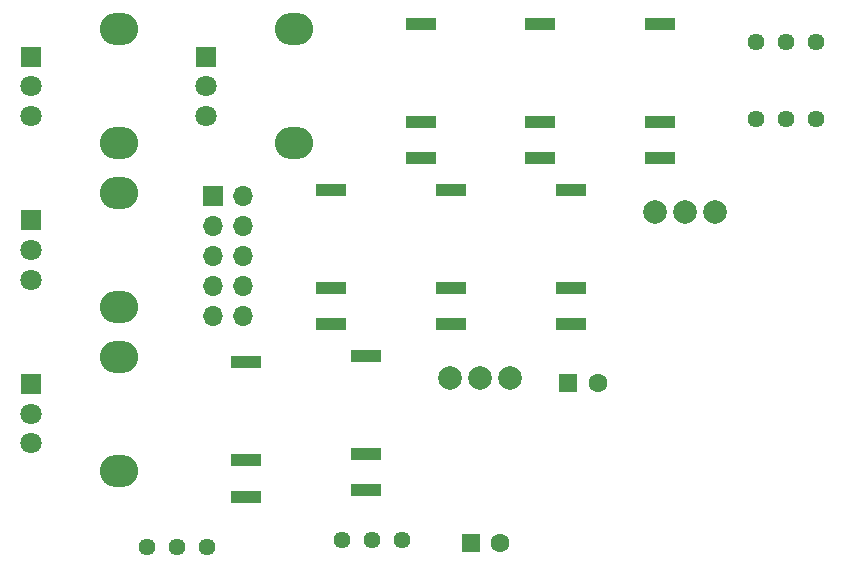
<source format=gbr>
%TF.GenerationSoftware,KiCad,Pcbnew,(6.0.9)*%
%TF.CreationDate,2022-12-23T01:27:24-06:00*%
%TF.ProjectId,CEM3340 VCO,43454d33-3334-4302-9056-434f2e6b6963,rev?*%
%TF.SameCoordinates,Original*%
%TF.FileFunction,Copper,L2,Bot*%
%TF.FilePolarity,Positive*%
%FSLAX46Y46*%
G04 Gerber Fmt 4.6, Leading zero omitted, Abs format (unit mm)*
G04 Created by KiCad (PCBNEW (6.0.9)) date 2022-12-23 01:27:24*
%MOMM*%
%LPD*%
G01*
G04 APERTURE LIST*
%TA.AperFunction,ComponentPad*%
%ADD10C,1.440000*%
%TD*%
%TA.AperFunction,ComponentPad*%
%ADD11O,3.240000X2.720000*%
%TD*%
%TA.AperFunction,ComponentPad*%
%ADD12R,1.800000X1.800000*%
%TD*%
%TA.AperFunction,ComponentPad*%
%ADD13C,1.800000*%
%TD*%
%TA.AperFunction,ComponentPad*%
%ADD14R,2.500000X1.000000*%
%TD*%
%TA.AperFunction,ComponentPad*%
%ADD15R,1.600000X1.600000*%
%TD*%
%TA.AperFunction,ComponentPad*%
%ADD16C,1.600000*%
%TD*%
%TA.AperFunction,ComponentPad*%
%ADD17C,2.000000*%
%TD*%
%TA.AperFunction,ComponentPad*%
%ADD18R,1.700000X1.700000*%
%TD*%
%TA.AperFunction,ComponentPad*%
%ADD19O,1.700000X1.700000*%
%TD*%
G04 APERTURE END LIST*
D10*
%TO.P,RV6,1,1*%
%TO.N,Net-(R15-Pad1)*%
X100020000Y-115040000D03*
%TO.P,RV6,2,2*%
%TO.N,-5VA*%
X97480000Y-115040000D03*
%TO.P,RV6,3,3*%
X94940000Y-115040000D03*
%TD*%
D11*
%TO.P,RV1,*%
%TO.N,*%
X76120000Y-99540000D03*
X76120000Y-109140000D03*
D12*
%TO.P,RV1,1,1*%
%TO.N,Net-(J1-Pad3)*%
X68620000Y-101840000D03*
D13*
%TO.P,RV1,2,2*%
%TO.N,Net-(RV1-Pad2)*%
X68620000Y-104340000D03*
%TO.P,RV1,3,3*%
%TO.N,GND*%
X68620000Y-106840000D03*
%TD*%
D11*
%TO.P,RV3,*%
%TO.N,*%
X76120000Y-85670000D03*
X76120000Y-95270000D03*
D12*
%TO.P,RV3,1,1*%
%TO.N,+5VA*%
X68620000Y-87970000D03*
D13*
%TO.P,RV3,2,2*%
%TO.N,Net-(R12-Pad1)*%
X68620000Y-90470000D03*
%TO.P,RV3,3,3*%
%TO.N,GND*%
X68620000Y-92970000D03*
%TD*%
D14*
%TO.P,J6,1*%
%TO.N,GND*%
X104170000Y-96770000D03*
%TO.P,J6,2*%
%TO.N,unconnected-(J6-Pad2)*%
X104170000Y-93670000D03*
%TO.P,J6,3*%
%TO.N,Net-(J6-Pad3)*%
X104170000Y-85370000D03*
%TD*%
D15*
%TO.P,C11,1*%
%TO.N,+12VA*%
X114105241Y-101690000D03*
D16*
%TO.P,C11,2*%
%TO.N,GND*%
X116605241Y-101690000D03*
%TD*%
D10*
%TO.P,RV8,1,1*%
%TO.N,Net-(R25-Pad2)*%
X135120000Y-72890000D03*
%TO.P,RV8,2,2*%
%TO.N,Net-(R26-Pad2)*%
X132580000Y-72890000D03*
%TO.P,RV8,3,3*%
%TO.N,Net-(R25-Pad1)*%
X130040000Y-72890000D03*
%TD*%
D14*
%TO.P,J8,1*%
%TO.N,GND*%
X86820000Y-111390000D03*
%TO.P,J8,2*%
%TO.N,unconnected-(J8-Pad2)*%
X86820000Y-108290000D03*
%TO.P,J8,3*%
%TO.N,Net-(J8-Pad3)*%
X86820000Y-99990000D03*
%TD*%
D10*
%TO.P,RV7,1,1*%
%TO.N,Net-(R22-Pad2)*%
X135120000Y-79340000D03*
%TO.P,RV7,2,2*%
X132580000Y-79340000D03*
%TO.P,RV7,3,3*%
%TO.N,Net-(R23-Pad2)*%
X130040000Y-79340000D03*
%TD*%
D17*
%TO.P,SW2,1,A*%
%TO.N,Net-(R7-Pad1)*%
X121480000Y-87275000D03*
%TO.P,SW2,2,B*%
%TO.N,Net-(C1-Pad2)*%
X124020000Y-87275000D03*
%TO.P,SW2,3,C*%
%TO.N,S_SYNC*%
X126560000Y-87275000D03*
%TD*%
D14*
%TO.P,J2,1*%
%TO.N,GND*%
X111770000Y-82720000D03*
%TO.P,J2,2*%
%TO.N,unconnected-(J2-Pad2)*%
X111770000Y-79620000D03*
%TO.P,J2,3*%
%TO.N,Net-(J2-Pad3)*%
X111770000Y-71320000D03*
%TD*%
D11*
%TO.P,RV4,*%
%TO.N,*%
X90920000Y-81400000D03*
X90920000Y-71800000D03*
D12*
%TO.P,RV4,1,1*%
%TO.N,+5VA*%
X83420000Y-74100000D03*
D13*
%TO.P,RV4,2,2*%
%TO.N,Net-(R13-Pad1)*%
X83420000Y-76600000D03*
%TO.P,RV4,3,3*%
%TO.N,GND*%
X83420000Y-79100000D03*
%TD*%
D14*
%TO.P,J4,1*%
%TO.N,GND*%
X96970000Y-110820000D03*
%TO.P,J4,2*%
%TO.N,unconnected-(J4-Pad2)*%
X96970000Y-107720000D03*
%TO.P,J4,3*%
%TO.N,Net-(C1-Pad1)*%
X96970000Y-99420000D03*
%TD*%
%TO.P,J7,1*%
%TO.N,GND*%
X114320000Y-96770000D03*
%TO.P,J7,2*%
%TO.N,unconnected-(J7-Pad2)*%
X114320000Y-93670000D03*
%TO.P,J7,3*%
%TO.N,Net-(J7-Pad3)*%
X114320000Y-85370000D03*
%TD*%
D17*
%TO.P,SW1,1,A*%
%TO.N,Net-(C2-Pad2)*%
X104130000Y-101325000D03*
%TO.P,SW1,2,B*%
%TO.N,Net-(RV1-Pad2)*%
X106670000Y-101325000D03*
%TO.P,SW1,3,C*%
%TO.N,Net-(R10-Pad1)*%
X109210000Y-101325000D03*
%TD*%
D14*
%TO.P,J1,1*%
%TO.N,GND*%
X94020000Y-96770000D03*
%TO.P,J1,2*%
%TO.N,unconnected-(J1-Pad2)*%
X94020000Y-93670000D03*
%TO.P,J1,3*%
%TO.N,Net-(J1-Pad3)*%
X94020000Y-85370000D03*
%TD*%
D15*
%TO.P,C13,1*%
%TO.N,GND*%
X105855241Y-115250000D03*
D16*
%TO.P,C13,2*%
%TO.N,-12VA*%
X108355241Y-115250000D03*
%TD*%
D10*
%TO.P,RV5,1,1*%
%TO.N,Net-(RV5-Pad1)*%
X83520000Y-115610000D03*
%TO.P,RV5,2,2*%
%TO.N,Net-(R8-Pad1)*%
X80980000Y-115610000D03*
%TO.P,RV5,3,3*%
%TO.N,GND*%
X78440000Y-115610000D03*
%TD*%
D18*
%TO.P,J5,1,Pin_1*%
%TO.N,-12VA*%
X84070000Y-85860000D03*
D19*
%TO.P,J5,2,Pin_2*%
X86610000Y-85860000D03*
%TO.P,J5,3,Pin_3*%
%TO.N,GND*%
X84070000Y-88400000D03*
%TO.P,J5,4,Pin_4*%
X86610000Y-88400000D03*
%TO.P,J5,5,Pin_5*%
X84070000Y-90940000D03*
%TO.P,J5,6,Pin_6*%
X86610000Y-90940000D03*
%TO.P,J5,7,Pin_7*%
X84070000Y-93480000D03*
%TO.P,J5,8,Pin_8*%
X86610000Y-93480000D03*
%TO.P,J5,9,Pin_9*%
%TO.N,+12VA*%
X84070000Y-96020000D03*
%TO.P,J5,10,Pin_10*%
X86610000Y-96020000D03*
%TD*%
D14*
%TO.P,J3,1*%
%TO.N,GND*%
X121920000Y-82720000D03*
%TO.P,J3,2*%
%TO.N,+5VA*%
X121920000Y-79620000D03*
%TO.P,J3,3*%
%TO.N,Net-(J3-Pad3)*%
X121920000Y-71320000D03*
%TD*%
%TO.P,J9,1*%
%TO.N,GND*%
X101620000Y-82720000D03*
%TO.P,J9,2*%
%TO.N,unconnected-(J9-Pad2)*%
X101620000Y-79620000D03*
%TO.P,J9,3*%
%TO.N,Net-(J9-Pad3)*%
X101620000Y-71320000D03*
%TD*%
D11*
%TO.P,RV2,*%
%TO.N,*%
X76120000Y-81400000D03*
X76120000Y-71800000D03*
D12*
%TO.P,RV2,1,1*%
%TO.N,Net-(J3-Pad3)*%
X68620000Y-74100000D03*
D13*
%TO.P,RV2,2,2*%
%TO.N,Net-(R2-Pad1)*%
X68620000Y-76600000D03*
%TO.P,RV2,3,3*%
%TO.N,GND*%
X68620000Y-79100000D03*
%TD*%
M02*

</source>
